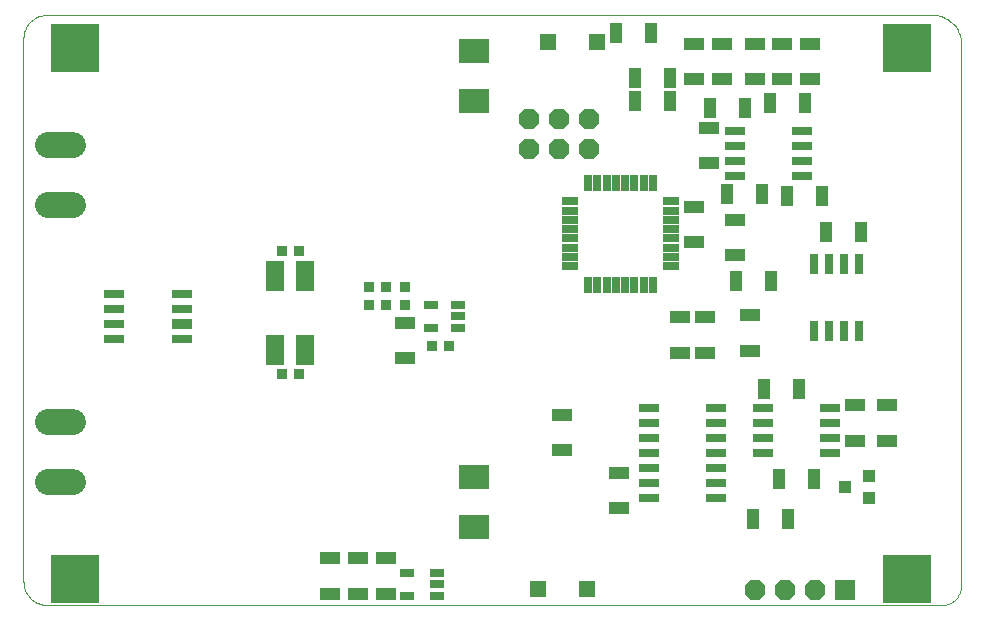
<source format=gbs>
G75*
G70*
%OFA0B0*%
%FSLAX24Y24*%
%IPPOS*%
%LPD*%
%AMOC8*
5,1,8,0,0,1.08239X$1,22.5*
%
%ADD10C,0.0000*%
%ADD11R,0.0670X0.0670*%
%ADD12OC8,0.0670*%
%ADD13R,0.0670X0.0434*%
%ADD14R,0.0540X0.0260*%
%ADD15R,0.0260X0.0540*%
%ADD16R,0.0434X0.0670*%
%ADD17R,0.0670X0.0296*%
%ADD18R,0.0434X0.0434*%
%ADD19R,0.0296X0.0670*%
%ADD20R,0.1024X0.0827*%
%ADD21R,0.0473X0.0316*%
%ADD22R,0.0670X0.0355*%
%ADD23R,0.0355X0.0355*%
%ADD24C,0.0865*%
%ADD25R,0.0591X0.0985*%
%ADD26R,0.0540X0.0540*%
%ADD27R,0.1621X0.1621*%
D10*
X003578Y001721D02*
X003578Y019817D01*
X003580Y019872D01*
X003586Y019927D01*
X003596Y019981D01*
X003609Y020034D01*
X003627Y020086D01*
X003648Y020137D01*
X003672Y020187D01*
X003700Y020234D01*
X003732Y020279D01*
X003766Y020322D01*
X003804Y020362D01*
X003844Y020400D01*
X003887Y020434D01*
X003932Y020466D01*
X003979Y020494D01*
X004029Y020518D01*
X004080Y020539D01*
X004132Y020557D01*
X004185Y020570D01*
X004239Y020580D01*
X004294Y020586D01*
X004349Y020588D01*
X033873Y020588D01*
X033933Y020586D01*
X033994Y020580D01*
X034053Y020571D01*
X034112Y020558D01*
X034170Y020541D01*
X034227Y020520D01*
X034283Y020496D01*
X034336Y020469D01*
X034388Y020438D01*
X034438Y020404D01*
X034486Y020367D01*
X034532Y020327D01*
X034574Y020285D01*
X034614Y020239D01*
X034651Y020191D01*
X034685Y020141D01*
X034716Y020089D01*
X034743Y020036D01*
X034767Y019980D01*
X034788Y019923D01*
X034805Y019865D01*
X034818Y019806D01*
X034827Y019747D01*
X034833Y019686D01*
X034835Y019626D01*
X034834Y019626D02*
X034834Y001576D01*
X034832Y001526D01*
X034827Y001477D01*
X034817Y001428D01*
X034805Y001381D01*
X034788Y001334D01*
X034768Y001288D01*
X034745Y001245D01*
X034719Y001203D01*
X034689Y001163D01*
X034657Y001125D01*
X034622Y001090D01*
X034584Y001058D01*
X034544Y001028D01*
X034503Y001002D01*
X034459Y000979D01*
X034413Y000959D01*
X034366Y000942D01*
X034319Y000930D01*
X034270Y000920D01*
X034221Y000915D01*
X034171Y000913D01*
X004387Y000913D01*
X004332Y000915D01*
X004277Y000921D01*
X004223Y000930D01*
X004169Y000943D01*
X004116Y000960D01*
X004065Y000980D01*
X004015Y001004D01*
X003967Y001031D01*
X003921Y001061D01*
X003877Y001094D01*
X003835Y001130D01*
X003796Y001169D01*
X003760Y001211D01*
X003727Y001255D01*
X003697Y001301D01*
X003670Y001349D01*
X003646Y001399D01*
X003626Y001450D01*
X003609Y001503D01*
X003596Y001557D01*
X003587Y001611D01*
X003581Y001666D01*
X003579Y001721D01*
D11*
X030979Y001417D03*
D12*
X029979Y001417D03*
X028979Y001417D03*
X027979Y001417D03*
X022417Y016107D03*
X021417Y016107D03*
X020417Y016107D03*
X020417Y017107D03*
X021417Y017107D03*
X022417Y017107D03*
D13*
X025917Y018453D03*
X026854Y018453D03*
X027979Y018453D03*
X028854Y018453D03*
X029791Y018453D03*
X029791Y019635D03*
X028854Y019635D03*
X027979Y019635D03*
X026854Y019635D03*
X025917Y019635D03*
X026417Y016822D03*
X026417Y015641D03*
X025917Y014197D03*
X027291Y013759D03*
X025917Y013016D03*
X027291Y012578D03*
X027791Y010572D03*
X026291Y010509D03*
X025479Y010509D03*
X025479Y009328D03*
X026291Y009328D03*
X027791Y009391D03*
X031291Y007572D03*
X032354Y007572D03*
X032354Y006391D03*
X031291Y006391D03*
X023417Y005322D03*
X023417Y004141D03*
X021541Y006078D03*
X021541Y007259D03*
X016291Y009141D03*
X016291Y010322D03*
X015667Y002485D03*
X014729Y002485D03*
X013791Y002485D03*
X013791Y001303D03*
X014729Y001303D03*
X015667Y001303D03*
D14*
X021789Y012214D03*
X021789Y012524D03*
X021789Y012834D03*
X021789Y013144D03*
X021789Y013444D03*
X021789Y013754D03*
X021789Y014064D03*
X021789Y014374D03*
X025169Y014374D03*
X025169Y014064D03*
X025169Y013754D03*
X025169Y013444D03*
X025169Y013144D03*
X025169Y012834D03*
X025169Y012524D03*
X025169Y012214D03*
D15*
X024559Y011604D03*
X024249Y011604D03*
X023939Y011604D03*
X023629Y011604D03*
X023329Y011604D03*
X023019Y011604D03*
X022709Y011604D03*
X022399Y011604D03*
X022399Y014984D03*
X022709Y014984D03*
X023019Y014984D03*
X023329Y014984D03*
X023629Y014984D03*
X023939Y014984D03*
X024249Y014984D03*
X024559Y014984D03*
D16*
X027013Y014607D03*
X028194Y014607D03*
X029013Y014544D03*
X030194Y014544D03*
X030326Y013356D03*
X031507Y013356D03*
X028507Y011731D03*
X027326Y011731D03*
X028263Y008107D03*
X029444Y008107D03*
X029944Y005106D03*
X028763Y005106D03*
X029070Y003794D03*
X027889Y003794D03*
X027632Y017481D03*
X028451Y017669D03*
X029632Y017669D03*
X026451Y017481D03*
X025132Y017731D03*
X023951Y017731D03*
X023951Y018481D03*
X025132Y018481D03*
X024507Y019981D03*
X023326Y019981D03*
D17*
X027291Y016731D03*
X027291Y016231D03*
X027291Y015731D03*
X027291Y015231D03*
X029541Y015231D03*
X029541Y015731D03*
X029541Y016231D03*
X029541Y016731D03*
X030479Y007481D03*
X030479Y006981D03*
X030479Y006481D03*
X030479Y005981D03*
X028229Y005981D03*
X028229Y006481D03*
X028229Y006981D03*
X028229Y007481D03*
X026667Y007481D03*
X026667Y006981D03*
X026667Y006481D03*
X026667Y005981D03*
X026667Y005481D03*
X026667Y004981D03*
X026667Y004481D03*
X024417Y004481D03*
X024417Y004981D03*
X024417Y005481D03*
X024417Y005981D03*
X024417Y006481D03*
X024417Y006981D03*
X024417Y007481D03*
X008854Y009794D03*
X008854Y010794D03*
X008854Y011294D03*
X006604Y011294D03*
X006604Y010794D03*
X006604Y010294D03*
X006604Y009794D03*
D18*
X030960Y004856D03*
X031748Y004482D03*
X031748Y005230D03*
D19*
X031417Y010044D03*
X030917Y010044D03*
X030417Y010044D03*
X029917Y010044D03*
X029917Y012294D03*
X030417Y012294D03*
X030917Y012294D03*
X031417Y012294D03*
D20*
X018604Y017717D03*
X018604Y019371D03*
X018604Y005183D03*
X018604Y003529D03*
D21*
X017354Y001982D03*
X017354Y001607D03*
X017354Y001232D03*
X016354Y001232D03*
X016354Y001982D03*
X017151Y010170D03*
X018057Y010170D03*
X018057Y010544D03*
X018057Y010918D03*
X017151Y010918D03*
D22*
X008854Y010294D03*
D23*
X012184Y008606D03*
X012774Y008606D03*
X015104Y010936D03*
X015667Y010936D03*
X016291Y010936D03*
X016291Y011527D03*
X015667Y011527D03*
X015104Y011527D03*
X012774Y012731D03*
X012184Y012731D03*
X017184Y009544D03*
X017774Y009544D03*
D24*
X005229Y007006D02*
X004404Y007006D01*
X004404Y005006D02*
X005229Y005006D01*
X005229Y014256D02*
X004404Y014256D01*
X004404Y016256D02*
X005229Y016256D01*
D25*
X011979Y011899D03*
X012979Y011899D03*
X012979Y009419D03*
X011979Y009419D03*
D26*
X020715Y001455D03*
X022368Y001455D03*
X022703Y019693D03*
X021049Y019693D03*
D27*
X033041Y019472D03*
X005291Y019472D03*
X005291Y001794D03*
X033041Y001794D03*
M02*

</source>
